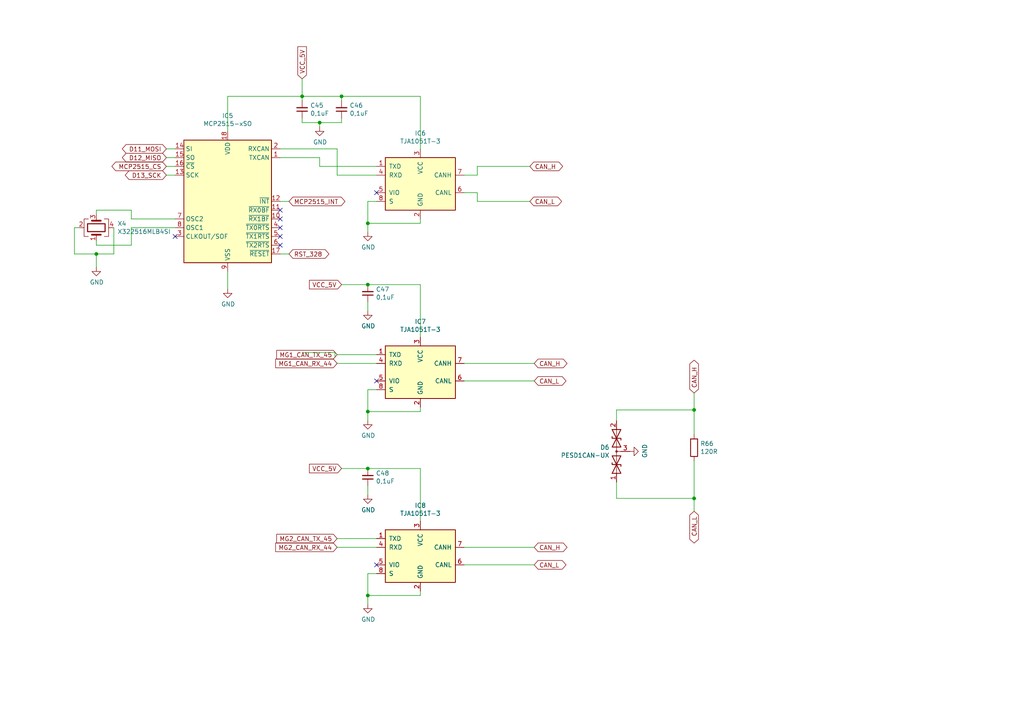
<source format=kicad_sch>
(kicad_sch (version 20211123) (generator eeschema)
  (paper "A4")
  (lib_symbols
    (symbol "auris-rescue:C_Small-Device" (pin_numbers hide) (pin_names (offset 0.254) hide)
      (property "Reference" "C" (at 0.254 1.778 0))
      (property "Value" "C_Small-Device" (at 0.254 -2.032 0))
      (symbol "C_Small-Device_0_1"
        (polyline (pts (xy -1.524 -0.508) (xy 1.524 -0.508)) (stroke (width 0.3302)))
        (polyline (pts (xy -1.524 0.508) (xy 1.524 0.508)) (stroke (width 0.3048)))
      )
      (symbol "C_Small-Device_1_1"
        (pin passive line (at 0 2.54 270) (length 2.032) (name "~") (number "1"))
        (pin passive line (at 0 -2.54 90) (length 2.032) (name "~") (number "2"))
      )
    )
    (symbol "auris-rescue:Crystal_GND24-Device" (pin_names (offset 1.016) hide)
      (property "Reference" "Y" (at 3.175 5.08 0))
      (property "Value" "Crystal_GND24-Device" (at 3.175 3.175 0))
      (symbol "Crystal_GND24-Device_0_1"
        (rectangle (start -1.143 2.54) (end 1.143 -2.54) (stroke (width 0.3048)))
        (polyline (pts (xy -2.54 0) (xy -2.032 0)))
        (polyline (pts (xy -2.032 -1.27) (xy -2.032 1.27)) (stroke (width 0.508)))
        (polyline (pts (xy 0 -3.81) (xy 0 -3.556)))
        (polyline (pts (xy 0 3.556) (xy 0 3.81)))
        (polyline (pts (xy 2.032 -1.27) (xy 2.032 1.27)) (stroke (width 0.508)))
        (polyline (pts (xy 2.032 0) (xy 2.54 0)))
        (polyline (pts (xy -2.54 -2.286) (xy -2.54 -3.556) (xy 2.54 -3.556) (xy 2.54 -2.286)))
        (polyline (pts (xy -2.54 2.286) (xy -2.54 3.556) (xy 2.54 3.556) (xy 2.54 2.286)))
      )
      (symbol "Crystal_GND24-Device_1_1"
        (pin passive line (at -3.81 0 0) (length 1.27) (name "1") (number "1"))
        (pin passive line (at 0 5.08 270) (length 1.27) (name "2") (number "2"))
        (pin passive line (at 3.81 0 180) (length 1.27) (name "3") (number "3"))
        (pin passive line (at 0 -5.08 90) (length 1.27) (name "4") (number "4"))
      )
    )
    (symbol "auris-rescue:D_TVS_x2_AAC-Device-prius_gen2-rescue-prius_gen2-rescue-prius_gen2-rescue" (pin_names (offset 1.016) hide)
      (property "Reference" "D" (at 0 4.445 0))
      (property "Value" "D_TVS_x2_AAC-Device-prius_gen2-rescue-prius_gen2-rescue-prius_gen2-rescue" (at 0 2.54 0))
      (symbol "D_TVS_x2_AAC-Device-prius_gen2-rescue-prius_gen2-rescue-prius_gen2-rescue_0_0"
        (polyline (pts (xy 0 -1.27) (xy 0 0)))
      )
      (symbol "D_TVS_x2_AAC-Device-prius_gen2-rescue-prius_gen2-rescue-prius_gen2-rescue_0_1"
        (polyline (pts (xy -6.35 0) (xy 6.35 0)))
        (polyline (pts (xy -3.302 1.27) (xy -3.81 1.27) (xy -3.81 -1.27) (xy -4.318 -1.27)) (stroke (width 0.254)))
        (polyline (pts (xy 4.318 1.27) (xy 3.81 1.27) (xy 3.81 -1.27) (xy 3.302 -1.27)) (stroke (width 0.254)))
        (polyline (pts (xy -6.35 1.27) (xy -1.27 -1.27) (xy -1.27 1.27) (xy -6.35 -1.27) (xy -6.35 1.27)) (stroke (width 0.254)))
        (polyline (pts (xy 6.35 1.27) (xy 1.27 -1.27) (xy 1.27 1.27) (xy 6.35 -1.27) (xy 6.35 1.27)) (stroke (width 0.254)))
        (circle (center 0 0) (radius 0.254) (fill (type outline)))
      )
      (symbol "D_TVS_x2_AAC-Device-prius_gen2-rescue-prius_gen2-rescue-prius_gen2-rescue_1_1"
        (pin passive line (at -8.89 0 0) (length 2.54) (name "A1") (number "1"))
        (pin passive line (at 8.89 0 180) (length 2.54) (name "A2") (number "2"))
        (pin input line (at 0 -3.81 90) (length 2.54) (name "common") (number "3"))
      )
    )
    (symbol "auris-rescue:GND-power" (power) (pin_names (offset 0))
      (property "Value" "GND-power" (at 0 -3.81 0))
      (symbol "GND-power_0_1"
        (polyline (pts (xy 0 0) (xy 0 -1.27) (xy 1.27 -1.27) (xy 0 -2.54) (xy -1.27 -1.27) (xy 0 -1.27)))
      )
      (symbol "GND-power_1_1"
        (pin power_in line (at 0 0 270) (length 0) hide (name "GND") (number "1"))
      )
    )
    (symbol "auris-rescue:MCP2515-xSO-Interface_CAN_LIN"
      (property "Reference" "U" (at -10.16 19.685 0))
      (property "Value" "MCP2515-xSO-Interface_CAN_LIN" (at 19.05 20.32 0))
      (symbol "MCP2515-xSO-Interface_CAN_LIN_0_1"
        (rectangle (start -12.7 17.78) (end 12.7 -17.78) (stroke (width 0.254)) (fill (type background)))
      )
      (symbol "MCP2515-xSO-Interface_CAN_LIN_1_1"
        (pin output line (at 15.24 12.7 180) (length 2.54) (name "TXCAN") (number "1"))
        (pin output line (at 15.24 -5.08 180) (length 2.54) (name "~{RX1BF}") (number "10"))
        (pin output line (at 15.24 -2.54 180) (length 2.54) (name "~{RX0BF}") (number "11"))
        (pin output line (at 15.24 0 180) (length 2.54) (name "~{INT}") (number "12"))
        (pin input line (at -15.24 7.62 0) (length 2.54) (name "SCK") (number "13"))
        (pin input line (at -15.24 15.24 0) (length 2.54) (name "SI") (number "14"))
        (pin output line (at -15.24 12.7 0) (length 2.54) (name "SO") (number "15"))
        (pin input line (at -15.24 10.16 0) (length 2.54) (name "~{CS}") (number "16"))
        (pin input line (at 15.24 -15.24 180) (length 2.54) (name "~{RESET}") (number "17"))
        (pin power_in line (at 0 20.32 270) (length 2.54) (name "VDD") (number "18"))
        (pin input line (at 15.24 15.24 180) (length 2.54) (name "RXCAN") (number "2"))
        (pin output line (at -15.24 -10.16 0) (length 2.54) (name "CLKOUT/SOF") (number "3"))
        (pin input line (at 15.24 -7.62 180) (length 2.54) (name "~{TX0RTS}") (number "4"))
        (pin input line (at 15.24 -10.16 180) (length 2.54) (name "~{TX1RTS}") (number "5"))
        (pin input line (at 15.24 -12.7 180) (length 2.54) (name "~{TX2RTS}") (number "6"))
        (pin output line (at -15.24 -5.08 0) (length 2.54) (name "OSC2") (number "7"))
        (pin input line (at -15.24 -7.62 0) (length 2.54) (name "OSC1") (number "8"))
        (pin power_in line (at 0 -20.32 90) (length 2.54) (name "VSS") (number "9"))
      )
    )
    (symbol "auris-rescue:R-Device" (pin_numbers hide) (pin_names (offset 0))
      (property "Reference" "R" (at 2.032 0 90))
      (property "Value" "R-Device" (at 0 0 90))
      (symbol "R-Device_0_1"
        (rectangle (start -1.016 -2.54) (end 1.016 2.54) (stroke (width 0.254)))
      )
      (symbol "R-Device_1_1"
        (pin passive line (at 0 3.81 270) (length 1.27) (name "~") (number "1"))
        (pin passive line (at 0 -3.81 90) (length 1.27) (name "~") (number "2"))
      )
    )
    (symbol "auris-rescue:TJA1051T-3-Interface_CAN_LIN" (pin_names (offset 1.016))
      (property "Reference" "U" (at -10.16 8.89 0))
      (property "Value" "TJA1051T-3-Interface_CAN_LIN" (at 1.27 8.89 0))
      (symbol "TJA1051T-3-Interface_CAN_LIN_0_1"
        (rectangle (start -10.16 7.62) (end 10.16 -7.62) (stroke (width 0.254)) (fill (type background)))
      )
      (symbol "TJA1051T-3-Interface_CAN_LIN_1_1"
        (pin input line (at -12.7 5.08 0) (length 2.54) (name "TXD") (number "1"))
        (pin power_in line (at 0 -10.16 90) (length 2.54) (name "GND") (number "2"))
        (pin power_in line (at 0 10.16 270) (length 2.54) (name "VCC") (number "3"))
        (pin output line (at -12.7 2.54 0) (length 2.54) (name "RXD") (number "4"))
        (pin power_in line (at -12.7 -2.54 0) (length 2.54) (name "VIO") (number "5"))
        (pin bidirectional line (at 12.7 -2.54 180) (length 2.54) (name "CANL") (number "6"))
        (pin bidirectional line (at 12.7 2.54 180) (length 2.54) (name "CANH") (number "7"))
        (pin input line (at -12.7 -5.08 0) (length 2.54) (name "S") (number "8"))
      )
    )
  )
  (junction (at 99.06 27.94))
  (junction (at 92.71 35.56))
  (junction (at 106.68 119.38))
  (junction (at 201.3204 118.8974))
  (junction (at 106.68 64.77))
  (junction (at 106.68 172.72))
  (junction (at 201.3204 144.5514))
  (junction (at 106.68 82.55))
  (junction (at 106.68 135.89))
  (junction (at 87.63 27.94))
  (junction (at 27.94 73.66))
  (no_connect (at 81.28 63.5))
  (no_connect (at 81.28 66.04))
  (no_connect (at 81.28 60.96))
  (no_connect (at 81.28 68.58))
  (no_connect (at 109.22 55.88))
  (no_connect (at 81.28 71.12))
  (no_connect (at 109.22 163.83))
  (no_connect (at 50.8 68.58))
  (no_connect (at 109.22 110.49))
  (wire (pts (xy 134.62 163.83) (xy 154.94 163.83)))
  (wire (pts (xy 106.68 58.42) (xy 106.68 64.77)))
  (wire (pts (xy 106.68 90.17) (xy 106.68 87.63)))
  (wire (pts (xy 50.8 43.18) (xy 48.26 43.18)))
  (wire (pts (xy 66.04 78.74) (xy 66.04 83.82)))
  (wire (pts (xy 106.68 113.03) (xy 106.68 119.38)))
  (wire (pts (xy 106.68 64.77) (xy 106.68 67.31)))
  (wire (pts (xy 106.68 119.38) (xy 106.68 121.92)))
  (wire (pts (xy 99.06 35.56) (xy 99.06 34.29)))
  (wire (pts (xy 109.22 156.21) (xy 97.79 156.21)))
  (wire (pts (xy 38.1 66.04) (xy 38.1 71.12)))
  (wire (pts (xy 178.816 118.8974) (xy 201.3204 118.8974)))
  (wire (pts (xy 134.62 50.8) (xy 138.43 50.8)))
  (wire (pts (xy 97.79 158.75) (xy 109.22 158.75)))
  (wire (pts (xy 121.92 27.94) (xy 121.92 43.18)))
  (wire (pts (xy 33.02 66.04) (xy 33.02 73.66)))
  (wire (pts (xy 121.92 63.5) (xy 121.92 64.77)))
  (wire (pts (xy 121.92 135.89) (xy 121.92 151.13)))
  (wire (pts (xy 21.59 73.66) (xy 21.59 66.04)))
  (wire (pts (xy 106.68 119.38) (xy 121.92 119.38)))
  (wire (pts (xy 50.8 50.8) (xy 48.26 50.8)))
  (wire (pts (xy 66.04 38.1) (xy 66.04 27.94)))
  (wire (pts (xy 33.02 73.66) (xy 27.94 73.66)))
  (wire (pts (xy 109.22 48.26) (xy 92.71 48.26)))
  (wire (pts (xy 178.816 144.5514) (xy 201.3204 144.5514)))
  (wire (pts (xy 201.3204 126.0348) (xy 201.3204 118.8974)))
  (wire (pts (xy 121.92 82.55) (xy 121.92 97.79)))
  (wire (pts (xy 92.71 45.72) (xy 81.28 45.72)))
  (wire (pts (xy 134.62 55.88) (xy 138.43 55.88)))
  (wire (pts (xy 201.3204 133.6548) (xy 201.3204 144.5514)))
  (wire (pts (xy 38.1 63.5) (xy 38.1 60.96)))
  (wire (pts (xy 81.28 73.66) (xy 83.82 73.66)))
  (wire (pts (xy 106.68 172.72) (xy 106.68 175.26)))
  (wire (pts (xy 99.06 27.94) (xy 99.06 29.21)))
  (wire (pts (xy 201.3204 144.5514) (xy 201.3204 148.2852)))
  (wire (pts (xy 97.79 43.18) (xy 97.79 50.8)))
  (wire (pts (xy 109.22 113.03) (xy 106.68 113.03)))
  (wire (pts (xy 38.1 71.12) (xy 27.94 71.12)))
  (wire (pts (xy 106.68 64.77) (xy 121.92 64.77)))
  (wire (pts (xy 134.62 105.41) (xy 154.94 105.41)))
  (wire (pts (xy 201.3204 113.9952) (xy 201.3204 118.8974)))
  (wire (pts (xy 106.68 135.89) (xy 99.06 135.89)))
  (wire (pts (xy 178.816 122.047) (xy 178.816 118.8974)))
  (wire (pts (xy 87.63 29.21) (xy 87.63 27.94)))
  (wire (pts (xy 87.63 27.94) (xy 87.63 22.86)))
  (wire (pts (xy 87.63 102.235) (xy 97.155 102.235)))
  (wire (pts (xy 106.68 82.55) (xy 121.92 82.55)))
  (wire (pts (xy 138.43 55.88) (xy 138.43 58.42)))
  (wire (pts (xy 109.22 166.37) (xy 106.68 166.37)))
  (wire (pts (xy 106.68 82.55) (xy 99.06 82.55)))
  (wire (pts (xy 97.155 103.505) (xy 97.155 102.235)))
  (wire (pts (xy 50.8 48.26) (xy 48.26 48.26)))
  (wire (pts (xy 50.8 66.04) (xy 38.1 66.04)))
  (wire (pts (xy 38.1 60.96) (xy 27.94 60.96)))
  (wire (pts (xy 138.43 58.42) (xy 153.67 58.42)))
  (wire (pts (xy 81.28 43.18) (xy 97.79 43.18)))
  (wire (pts (xy 134.62 110.49) (xy 154.94 110.49)))
  (wire (pts (xy 50.8 45.72) (xy 48.26 45.72)))
  (wire (pts (xy 66.04 27.94) (xy 87.63 27.94)))
  (wire (pts (xy 92.71 35.56) (xy 92.71 36.83)))
  (wire (pts (xy 138.43 48.26) (xy 153.67 48.26)))
  (wire (pts (xy 121.92 27.94) (xy 99.06 27.94)))
  (wire (pts (xy 109.22 102.87) (xy 97.79 102.87)))
  (wire (pts (xy 92.71 48.26) (xy 92.71 45.72)))
  (wire (pts (xy 92.71 35.56) (xy 99.06 35.56)))
  (wire (pts (xy 81.28 58.42) (xy 83.82 58.42)))
  (wire (pts (xy 27.94 73.66) (xy 27.94 77.47)))
  (wire (pts (xy 27.94 73.66) (xy 21.59 73.66)))
  (wire (pts (xy 50.8 63.5) (xy 38.1 63.5)))
  (wire (pts (xy 106.68 143.51) (xy 106.68 140.97)))
  (wire (pts (xy 178.816 139.827) (xy 178.816 144.5514)))
  (wire (pts (xy 87.63 27.94) (xy 99.06 27.94)))
  (wire (pts (xy 138.43 50.8) (xy 138.43 48.26)))
  (wire (pts (xy 106.68 166.37) (xy 106.68 172.72)))
  (wire (pts (xy 97.79 50.8) (xy 109.22 50.8)))
  (wire (pts (xy 121.92 118.11) (xy 121.92 119.38)))
  (wire (pts (xy 121.92 171.45) (xy 121.92 172.72)))
  (wire (pts (xy 121.92 135.89) (xy 106.68 135.89)))
  (wire (pts (xy 134.62 158.75) (xy 154.94 158.75)))
  (wire (pts (xy 87.63 35.56) (xy 92.71 35.56)))
  (wire (pts (xy 97.79 105.41) (xy 109.22 105.41)))
  (wire (pts (xy 27.94 60.96) (xy 27.94 62.23)))
  (wire (pts (xy 87.63 34.29) (xy 87.63 35.56)))
  (wire (pts (xy 109.22 58.42) (xy 106.68 58.42)))
  (wire (pts (xy 21.59 66.04) (xy 22.86 66.04)))
  (wire (pts (xy 27.94 71.12) (xy 27.94 69.85)))
  (wire (pts (xy 106.68 172.72) (xy 121.92 172.72)))
  (global_label "RST_328" (shape bidirectional) (at 83.82 73.66 0) (property "Обозначения листов" "${INTERSHEET_REFS}" (effects hide)))
  (global_label "VCC_5V" (shape input) (at 99.06 135.89 180) (property "Обозначения листов" "${INTERSHEET_REFS}" (effects hide)))
  (global_label "CAN_L" (shape bidirectional) (at 153.67 58.42 0) (property "Обозначения листов" "${INTERSHEET_REFS}" (effects hide)))
  (global_label "CAN_H" (shape bidirectional) (at 154.94 158.75 0) (property "Обозначения листов" "${INTERSHEET_REFS}" (effects hide)))
  (global_label "CAN_H" (shape bidirectional) (at 153.67 48.26 0) (property "Обозначения листов" "${INTERSHEET_REFS}" (effects hide)))
  (global_label "CAN_L" (shape bidirectional) (at 154.94 163.83 0) (property "Обозначения листов" "${INTERSHEET_REFS}" (effects hide)))
  (global_label "MG2_CAN_RX_44" (shape input) (at 97.79 158.75 180) (property "Обозначения листов" "${INTERSHEET_REFS}" (effects hide)))
  (global_label "VCC_5V" (shape input) (at 99.06 82.55 180) (property "Обозначения листов" "${INTERSHEET_REFS}" (effects hide)))
  (global_label "MG1_CAN_TX_45" (shape input) (at 97.79 102.87 180) (property "Обозначения листов" "${INTERSHEET_REFS}" (effects hide)))
  (global_label "VCC_5V" (shape input) (at 87.63 22.86 90) (property "Обозначения листов" "${INTERSHEET_REFS}" (effects hide)))
  (global_label "CAN_L" (shape bidirectional) (at 201.3204 148.2852 270) (property "Обозначения листов" "${INTERSHEET_REFS}" (effects hide)))
  (global_label "CAN_H" (shape bidirectional) (at 154.94 105.41 0) (property "Обозначения листов" "${INTERSHEET_REFS}" (effects hide)))
  (global_label "MCP2515_CS" (shape bidirectional) (at 48.26 48.26 180) (property "Обозначения листов" "${INTERSHEET_REFS}" (effects hide)))
  (global_label "MG2_CAN_TX_45" (shape input) (at 97.79 156.21 180) (property "Обозначения листов" "${INTERSHEET_REFS}" (effects hide)))
  (global_label "CAN_L" (shape bidirectional) (at 154.94 110.49 0) (property "Обозначения листов" "${INTERSHEET_REFS}" (effects hide)))
  (global_label "D12_MISO" (shape bidirectional) (at 48.26 45.72 180) (property "Обозначения листов" "${INTERSHEET_REFS}" (effects hide)))
  (global_label "D11_MOSI" (shape bidirectional) (at 48.26 43.18 180) (property "Обозначения листов" "${INTERSHEET_REFS}" (effects hide)))
  (global_label "CAN_H" (shape bidirectional) (at 201.3204 113.9952 90) (property "Обозначения листов" "${INTERSHEET_REFS}" (effects hide)))
  (global_label "MCP2515_INT" (shape bidirectional) (at 83.82 58.42 0) (property "Обозначения листов" "${INTERSHEET_REFS}" (effects hide)))
  (global_label "MG1_CAN_RX_44" (shape input) (at 97.79 105.41 180) (property "Обозначения листов" "${INTERSHEET_REFS}" (effects hide)))
  (global_label "D13_SCK" (shape bidirectional) (at 48.26 50.8 180) (property "Обозначения листов" "${INTERSHEET_REFS}" (effects hide)))
  (symbol (lib_id "auris-rescue:Crystal_GND24-Device") (at 27.94 66.04 90) (unit 1)
    (property "Reference" "X4" (at 34.0614 64.8716 90) (effects (justify right)))
    (property "Value" "X322516MLB4SI" (at 34.0614 67.183 90) (effects (justify right)))
    (property "Footprint" "Crystal:Crystal_SMD_3225-4Pin_3.2x2.5mm" (effects hide))
  )
  (symbol (lib_id "auris-rescue:MCP2515-xSO-Interface_CAN_LIN") (at 66.04 58.42 0) (unit 1)
    (property "Reference" "IC5" (at 66.04 33.5788 0))
    (property "Value" "MCP2515-xSO" (at 66.04 35.8902 0))
    (property "Footprint" "Package_SO:SOIC-18W_7.5x11.6mm_P1.27mm" (effects hide))
    (property "Datasheet" "http://ww1.microchip.com/downloads/en/DeviceDoc/21801e.pdf" (effects hide))
  )
  (symbol (lib_id "auris-rescue:TJA1051T-3-Interface_CAN_LIN") (at 121.92 53.34 0) (unit 1)
    (property "Reference" "IC6" (at 121.92 38.6588 0))
    (property "Value" "TJA1051T-3" (at 121.92 40.9702 0))
    (property "Footprint" "Package_SO:SOIC-8_3.9x4.9mm_P1.27mm" (effects hide))
    (property "Datasheet" "http://www.nxp.com/documents/data_sheet/TJA1051.pdf" (effects hide))
  )
  (symbol (lib_id "auris-rescue:R-Device") (at 201.3204 129.8448 0) (unit 1)
    (property "Reference" "R66" (at 203.0984 128.6764 0) (effects (justify left)))
    (property "Value" "120R" (at 203.0984 130.9878 0) (effects (justify left)))
    (property "Footprint" "Resistor_SMD:R_0805_2012Metric" (effects hide))
  )
  (symbol (lib_id "auris-rescue:C_Small-Device") (at 99.06 31.75 180) (unit 1)
    (property "Reference" "C46" (at 101.3968 30.5816 0) (effects (justify right)))
    (property "Value" "0,1uF" (at 101.3968 32.893 0) (effects (justify right)))
    (property "Footprint" "Capacitor_SMD:C_0805_2012Metric" (effects hide))
  )
  (symbol (lib_id "auris-rescue:C_Small-Device") (at 87.63 31.75 180) (unit 1)
    (property "Reference" "C45" (at 89.9668 30.5816 0) (effects (justify right)))
    (property "Value" "0,1uF" (at 89.9668 32.893 0) (effects (justify right)))
    (property "Footprint" "Capacitor_SMD:C_0805_2012Metric" (effects hide))
  )
  (symbol (lib_id "auris-rescue:GND-power") (at 92.71 36.83 0) (unit 1)
    (property "Reference" "#PWR0159" (effects hide))
    (property "Value" "GND" (at 92.837 41.2242 0))
  )
  (symbol (lib_id "auris-rescue:GND-power") (at 66.04 83.82 0) (unit 1)
    (property "Reference" "#PWR0160" (effects hide))
    (property "Value" "GND" (at 66.167 88.2142 0))
  )
  (symbol (lib_id "auris-rescue:GND-power") (at 106.68 67.31 0) (unit 1)
    (property "Reference" "#PWR0161" (effects hide))
    (property "Value" "GND" (at 106.807 71.7042 0))
  )
  (symbol (lib_id "auris-rescue:GND-power") (at 27.94 77.47 0) (unit 1)
    (property "Reference" "#PWR0162" (effects hide))
    (property "Value" "GND" (at 28.067 81.8642 0))
  )
  (symbol (lib_id "auris-rescue:TJA1051T-3-Interface_CAN_LIN") (at 121.92 107.95 0) (unit 1)
    (property "Reference" "IC7" (at 121.92 93.2688 0))
    (property "Value" "TJA1051T-3" (at 121.92 95.5802 0))
    (property "Footprint" "Package_SO:SOIC-8_3.9x4.9mm_P1.27mm" (effects hide))
    (property "Datasheet" "http://www.nxp.com/documents/data_sheet/TJA1051.pdf" (effects hide))
  )
  (symbol (lib_id "auris-rescue:GND-power") (at 106.68 121.92 0) (unit 1)
    (property "Reference" "#PWR0163" (effects hide))
    (property "Value" "GND" (at 106.807 126.3142 0))
  )
  (symbol (lib_id "auris-rescue:C_Small-Device") (at 106.68 85.09 180) (unit 1)
    (property "Reference" "C47" (at 109.0168 83.9216 0) (effects (justify right)))
    (property "Value" "0,1uF" (at 109.0168 86.233 0) (effects (justify right)))
    (property "Footprint" "Capacitor_SMD:C_0805_2012Metric" (effects hide))
  )
  (symbol (lib_id "auris-rescue:GND-power") (at 106.68 90.17 0) (unit 1)
    (property "Reference" "#PWR0164" (effects hide))
    (property "Value" "GND" (at 106.807 94.5642 0))
  )
  (symbol (lib_id "auris-rescue:TJA1051T-3-Interface_CAN_LIN") (at 121.92 161.29 0) (unit 1)
    (property "Reference" "IC8" (at 121.92 146.6088 0))
    (property "Value" "TJA1051T-3" (at 121.92 148.9202 0))
    (property "Footprint" "Package_SO:SOIC-8_3.9x4.9mm_P1.27mm" (effects hide))
    (property "Datasheet" "http://www.nxp.com/documents/data_sheet/TJA1051.pdf" (effects hide))
  )
  (symbol (lib_id "auris-rescue:GND-power") (at 106.68 175.26 0) (unit 1)
    (property "Reference" "#PWR0165" (effects hide))
    (property "Value" "GND" (at 106.807 179.6542 0))
  )
  (symbol (lib_id "auris-rescue:C_Small-Device") (at 106.68 138.43 180) (unit 1)
    (property "Reference" "C48" (at 109.0168 137.2616 0) (effects (justify right)))
    (property "Value" "0,1uF" (at 109.0168 139.573 0) (effects (justify right)))
    (property "Footprint" "Capacitor_SMD:C_0805_2012Metric" (effects hide))
  )
  (symbol (lib_id "auris-rescue:GND-power") (at 106.68 143.51 0) (unit 1)
    (property "Reference" "#PWR0166" (effects hide))
    (property "Value" "GND" (at 106.807 147.9042 0))
  )
  (symbol (lib_id "auris-rescue:D_TVS_x2_AAC-Device-prius_gen2-rescue-prius_gen2-rescue-prius_gen2-rescue") (at 178.816 130.937 90) (unit 1)
    (property "Reference" "D6" (at 176.784 129.7686 90) (effects (justify left)))
    (property "Value" "PESD1CAN-UX" (at 176.784 132.08 90) (effects (justify left)))
    (property "Footprint" "Package_TO_SOT_SMD:SOT-323_SC-70" (effects hide))
  )
  (symbol (lib_id "auris-rescue:GND-power") (at 182.626 130.937 90) (unit 1)
    (property "Reference" "#PWR0167" (effects hide))
    (property "Value" "GND" (at 187.0202 130.81 0))
  )
)
</source>
